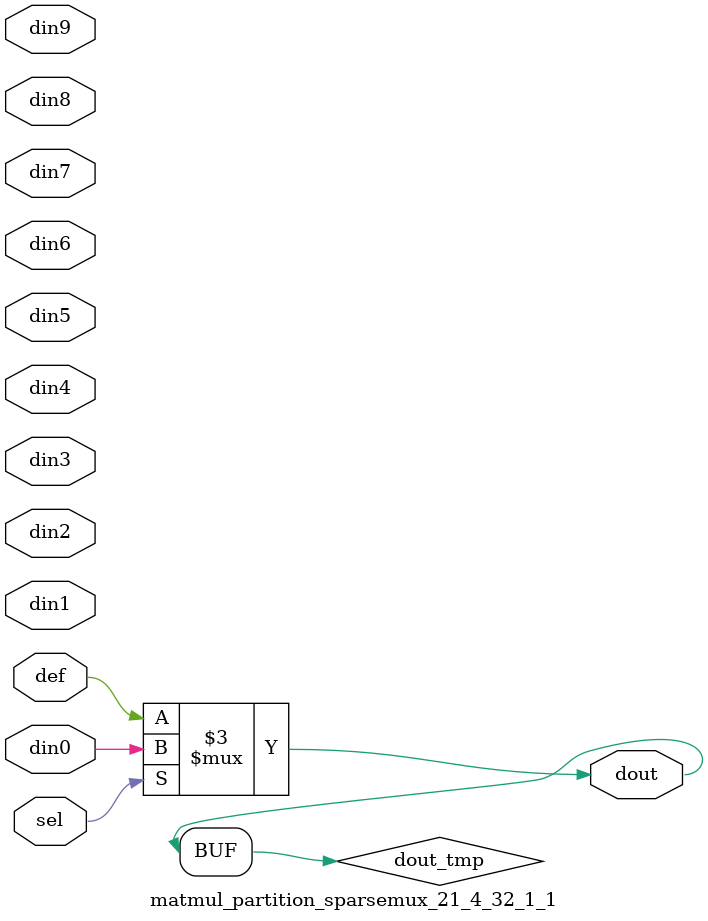
<source format=v>
`timescale 1ns / 1ps

module matmul_partition_sparsemux_21_4_32_1_1 (din0,din1,din2,din3,din4,din5,din6,din7,din8,din9,def,sel,dout);

parameter din0_WIDTH = 1;

parameter din1_WIDTH = 1;

parameter din2_WIDTH = 1;

parameter din3_WIDTH = 1;

parameter din4_WIDTH = 1;

parameter din5_WIDTH = 1;

parameter din6_WIDTH = 1;

parameter din7_WIDTH = 1;

parameter din8_WIDTH = 1;

parameter din9_WIDTH = 1;

parameter def_WIDTH = 1;
parameter sel_WIDTH = 1;
parameter dout_WIDTH = 1;

parameter [sel_WIDTH-1:0] CASE0 = 1;

parameter [sel_WIDTH-1:0] CASE1 = 1;

parameter [sel_WIDTH-1:0] CASE2 = 1;

parameter [sel_WIDTH-1:0] CASE3 = 1;

parameter [sel_WIDTH-1:0] CASE4 = 1;

parameter [sel_WIDTH-1:0] CASE5 = 1;

parameter [sel_WIDTH-1:0] CASE6 = 1;

parameter [sel_WIDTH-1:0] CASE7 = 1;

parameter [sel_WIDTH-1:0] CASE8 = 1;

parameter [sel_WIDTH-1:0] CASE9 = 1;

parameter ID = 1;
parameter NUM_STAGE = 1;



input [din0_WIDTH-1:0] din0;

input [din1_WIDTH-1:0] din1;

input [din2_WIDTH-1:0] din2;

input [din3_WIDTH-1:0] din3;

input [din4_WIDTH-1:0] din4;

input [din5_WIDTH-1:0] din5;

input [din6_WIDTH-1:0] din6;

input [din7_WIDTH-1:0] din7;

input [din8_WIDTH-1:0] din8;

input [din9_WIDTH-1:0] din9;

input [def_WIDTH-1:0] def;
input [sel_WIDTH-1:0] sel;

output [dout_WIDTH-1:0] dout;



reg [dout_WIDTH-1:0] dout_tmp;


always @ (*) begin
(* parallel_case *) case (sel)
    
    CASE0 : dout_tmp = din0;
    
    CASE1 : dout_tmp = din1;
    
    CASE2 : dout_tmp = din2;
    
    CASE3 : dout_tmp = din3;
    
    CASE4 : dout_tmp = din4;
    
    CASE5 : dout_tmp = din5;
    
    CASE6 : dout_tmp = din6;
    
    CASE7 : dout_tmp = din7;
    
    CASE8 : dout_tmp = din8;
    
    CASE9 : dout_tmp = din9;
    
    default : dout_tmp = def;
endcase
end


assign dout = dout_tmp;



endmodule

</source>
